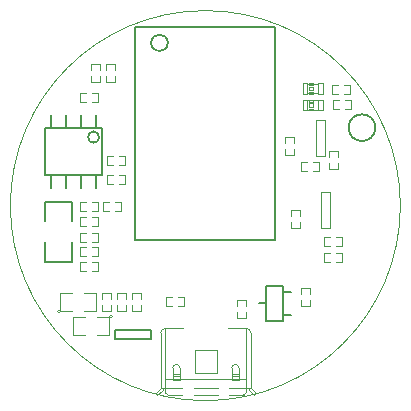
<source format=gto>
G04 (created by PCBNEW (2013-07-07 BZR 4022)-stable) date 6/15/2015 10:21:50 PM*
%MOIN*%
G04 Gerber Fmt 3.4, Leading zero omitted, Abs format*
%FSLAX34Y34*%
G01*
G70*
G90*
G04 APERTURE LIST*
%ADD10C,0.00590551*%
%ADD11C,0.00787402*%
%ADD12C,0.00393701*%
%ADD13C,0.005*%
%ADD14C,0.0039*%
%ADD15C,0.0028*%
%ADD16C,0.0026*%
%ADD17C,0.004*%
%ADD18C,0.002*%
%ADD19C,0.0047*%
G04 APERTURE END LIST*
G54D10*
G54D11*
X83665Y-49400D02*
G75*
G03X83665Y-49400I-445J0D01*
G74*
G01*
G54D12*
X84500Y-52000D02*
G75*
G03X84500Y-52000I-6500J0D01*
G74*
G01*
G54D13*
X76200Y-56450D02*
X75000Y-56450D01*
X75000Y-56450D02*
X75000Y-56150D01*
X75000Y-56150D02*
X76200Y-56150D01*
X76200Y-56150D02*
X76200Y-56450D01*
G54D14*
X74900Y-55700D02*
G75*
G03X74900Y-55700I-50J0D01*
G74*
G01*
X74400Y-55700D02*
X74800Y-55700D01*
X74800Y-55700D02*
X74800Y-56300D01*
X74800Y-56300D02*
X74400Y-56300D01*
X74000Y-56300D02*
X73600Y-56300D01*
X73600Y-56300D02*
X73600Y-55700D01*
X73600Y-55700D02*
X74000Y-55700D01*
X73170Y-55515D02*
G75*
G03X73170Y-55515I-50J0D01*
G74*
G01*
X73570Y-55515D02*
X73170Y-55515D01*
X73170Y-55515D02*
X73170Y-54915D01*
X73170Y-54915D02*
X73570Y-54915D01*
X73970Y-54915D02*
X74370Y-54915D01*
X74370Y-54915D02*
X74370Y-55515D01*
X74370Y-55515D02*
X73970Y-55515D01*
G54D15*
X74214Y-53693D02*
X74414Y-53693D01*
X74414Y-53693D02*
X74414Y-53393D01*
X74414Y-53393D02*
X74214Y-53393D01*
X74014Y-53693D02*
X73814Y-53693D01*
X73814Y-53693D02*
X73814Y-53393D01*
X73814Y-53393D02*
X74014Y-53393D01*
X75344Y-55109D02*
X75344Y-54909D01*
X75344Y-54909D02*
X75044Y-54909D01*
X75044Y-54909D02*
X75044Y-55109D01*
X75344Y-55309D02*
X75344Y-55509D01*
X75344Y-55509D02*
X75044Y-55509D01*
X75044Y-55509D02*
X75044Y-55309D01*
X82430Y-47990D02*
X82230Y-47990D01*
X82230Y-47990D02*
X82230Y-48290D01*
X82230Y-48290D02*
X82430Y-48290D01*
X82630Y-47990D02*
X82830Y-47990D01*
X82830Y-47990D02*
X82830Y-48290D01*
X82830Y-48290D02*
X82630Y-48290D01*
X82440Y-48490D02*
X82240Y-48490D01*
X82240Y-48490D02*
X82240Y-48790D01*
X82240Y-48790D02*
X82440Y-48790D01*
X82640Y-48490D02*
X82840Y-48490D01*
X82840Y-48490D02*
X82840Y-48790D01*
X82840Y-48790D02*
X82640Y-48790D01*
X75548Y-55302D02*
X75548Y-55502D01*
X75548Y-55502D02*
X75848Y-55502D01*
X75848Y-55502D02*
X75848Y-55302D01*
X75548Y-55102D02*
X75548Y-54902D01*
X75548Y-54902D02*
X75848Y-54902D01*
X75848Y-54902D02*
X75848Y-55102D01*
X74550Y-55300D02*
X74550Y-55500D01*
X74550Y-55500D02*
X74850Y-55500D01*
X74850Y-55500D02*
X74850Y-55300D01*
X74550Y-55100D02*
X74550Y-54900D01*
X74550Y-54900D02*
X74850Y-54900D01*
X74850Y-54900D02*
X74850Y-55100D01*
X74014Y-52901D02*
X73814Y-52901D01*
X73814Y-52901D02*
X73814Y-53201D01*
X73814Y-53201D02*
X74014Y-53201D01*
X74214Y-52901D02*
X74414Y-52901D01*
X74414Y-52901D02*
X74414Y-53201D01*
X74414Y-53201D02*
X74214Y-53201D01*
X81504Y-54962D02*
X81504Y-54762D01*
X81504Y-54762D02*
X81204Y-54762D01*
X81204Y-54762D02*
X81204Y-54962D01*
X81504Y-55162D02*
X81504Y-55362D01*
X81504Y-55362D02*
X81204Y-55362D01*
X81204Y-55362D02*
X81204Y-55162D01*
G54D16*
X81403Y-48827D02*
X81403Y-48473D01*
X81403Y-48473D02*
X81246Y-48473D01*
X81246Y-48827D02*
X81246Y-48473D01*
X81403Y-48827D02*
X81246Y-48827D01*
X81914Y-48827D02*
X81914Y-48473D01*
X81914Y-48473D02*
X81757Y-48473D01*
X81757Y-48827D02*
X81757Y-48473D01*
X81914Y-48827D02*
X81757Y-48827D01*
X81580Y-48827D02*
X81580Y-48768D01*
X81580Y-48768D02*
X81462Y-48768D01*
X81462Y-48827D02*
X81462Y-48768D01*
X81580Y-48827D02*
X81462Y-48827D01*
X81580Y-48532D02*
X81580Y-48473D01*
X81580Y-48473D02*
X81462Y-48473D01*
X81462Y-48532D02*
X81462Y-48473D01*
X81580Y-48532D02*
X81462Y-48532D01*
X81580Y-48709D02*
X81580Y-48591D01*
X81580Y-48591D02*
X81462Y-48591D01*
X81462Y-48709D02*
X81462Y-48591D01*
X81580Y-48709D02*
X81462Y-48709D01*
G54D17*
X81403Y-48807D02*
X81757Y-48807D01*
X81403Y-48493D02*
X81757Y-48493D01*
G54D16*
X81403Y-48267D02*
X81403Y-47913D01*
X81403Y-47913D02*
X81246Y-47913D01*
X81246Y-48267D02*
X81246Y-47913D01*
X81403Y-48267D02*
X81246Y-48267D01*
X81914Y-48267D02*
X81914Y-47913D01*
X81914Y-47913D02*
X81757Y-47913D01*
X81757Y-48267D02*
X81757Y-47913D01*
X81914Y-48267D02*
X81757Y-48267D01*
X81580Y-48267D02*
X81580Y-48208D01*
X81580Y-48208D02*
X81462Y-48208D01*
X81462Y-48267D02*
X81462Y-48208D01*
X81580Y-48267D02*
X81462Y-48267D01*
X81580Y-47972D02*
X81580Y-47913D01*
X81580Y-47913D02*
X81462Y-47913D01*
X81462Y-47972D02*
X81462Y-47913D01*
X81580Y-47972D02*
X81462Y-47972D01*
X81580Y-48149D02*
X81580Y-48031D01*
X81580Y-48031D02*
X81462Y-48031D01*
X81462Y-48149D02*
X81462Y-48031D01*
X81580Y-48149D02*
X81462Y-48149D01*
G54D17*
X81403Y-48247D02*
X81757Y-48247D01*
X81403Y-47933D02*
X81757Y-47933D01*
G54D10*
X75662Y-46043D02*
X75662Y-53130D01*
X75662Y-53130D02*
X80308Y-53130D01*
X80308Y-46043D02*
X80308Y-53130D01*
X75662Y-46043D02*
X80308Y-46043D01*
X76748Y-46575D02*
G75*
G03X76748Y-46575I-278J0D01*
G74*
G01*
G54D18*
X79115Y-57412D02*
G75*
G03X78996Y-57293I-119J0D01*
G74*
G01*
X78996Y-57294D02*
G75*
G03X78878Y-57412I0J-118D01*
G74*
G01*
X77147Y-57412D02*
G75*
G03X77028Y-57293I-119J0D01*
G74*
G01*
X77028Y-57294D02*
G75*
G03X76910Y-57412I0J-118D01*
G74*
G01*
X79114Y-57825D02*
X79114Y-57412D01*
X78878Y-57825D02*
X78878Y-57412D01*
X77146Y-57825D02*
X77146Y-57412D01*
X76910Y-57825D02*
X76910Y-57412D01*
X78878Y-57628D02*
X79114Y-57628D01*
X76910Y-57628D02*
X77146Y-57628D01*
X78878Y-57667D02*
X79114Y-57667D01*
X76910Y-57667D02*
X77146Y-57667D01*
X78878Y-57825D02*
X79114Y-57825D01*
X76910Y-57825D02*
X77146Y-57825D01*
X79626Y-58317D02*
X79685Y-58258D01*
X79626Y-58317D02*
X79449Y-58140D01*
X79449Y-58140D02*
X79449Y-58081D01*
X76339Y-58258D02*
X76398Y-58317D01*
X76398Y-58317D02*
X76575Y-58140D01*
X76575Y-58140D02*
X76575Y-58081D01*
X79508Y-58081D02*
X79685Y-58258D01*
X76516Y-58081D02*
X76339Y-58258D01*
X78799Y-58081D02*
X79508Y-58081D01*
X77618Y-58081D02*
X78406Y-58081D01*
X76516Y-58081D02*
X77225Y-58081D01*
X76654Y-58199D02*
G75*
G03X76752Y-58297I98J0D01*
G74*
G01*
X79272Y-58297D02*
G75*
G03X79370Y-58199I0J98D01*
G74*
G01*
X78799Y-58297D02*
X79272Y-58297D01*
X77618Y-58297D02*
X78406Y-58297D01*
X76752Y-58297D02*
X77225Y-58297D01*
X79370Y-57766D02*
X79370Y-58199D01*
X76654Y-57766D02*
X76654Y-58199D01*
X76516Y-56230D02*
X76516Y-58081D01*
X79508Y-56230D02*
X79508Y-58081D01*
X76654Y-56092D02*
G75*
G03X76516Y-56230I0J-138D01*
G74*
G01*
X79507Y-56230D02*
G75*
G03X79370Y-56093I-137J0D01*
G74*
G01*
G54D14*
X76654Y-56093D02*
X77264Y-56093D01*
X79370Y-56093D02*
X78760Y-56093D01*
X76654Y-57766D02*
X76654Y-56093D01*
X79370Y-57766D02*
X79370Y-56093D01*
X76654Y-57766D02*
X79370Y-57766D01*
G54D18*
X77638Y-56821D02*
X78386Y-56821D01*
X78386Y-56821D02*
X78386Y-57569D01*
X78386Y-57569D02*
X77638Y-57569D01*
X77638Y-57569D02*
X77638Y-56821D01*
G54D15*
X74214Y-54185D02*
X74414Y-54185D01*
X74414Y-54185D02*
X74414Y-53885D01*
X74414Y-53885D02*
X74214Y-53885D01*
X74014Y-54185D02*
X73814Y-54185D01*
X73814Y-54185D02*
X73814Y-53885D01*
X73814Y-53885D02*
X74014Y-53885D01*
X79360Y-55330D02*
X79360Y-55130D01*
X79360Y-55130D02*
X79060Y-55130D01*
X79060Y-55130D02*
X79060Y-55330D01*
X79360Y-55530D02*
X79360Y-55730D01*
X79360Y-55730D02*
X79060Y-55730D01*
X79060Y-55730D02*
X79060Y-55530D01*
G54D13*
X80585Y-54885D02*
X80845Y-54885D01*
X80585Y-55635D02*
X80845Y-55635D01*
X80035Y-55260D02*
X79775Y-55260D01*
X80035Y-55850D02*
X80035Y-54670D01*
X80035Y-54670D02*
X80585Y-54670D01*
X80585Y-54670D02*
X80585Y-55850D01*
X80585Y-55850D02*
X80035Y-55850D01*
G54D15*
X74200Y-47690D02*
X74200Y-47890D01*
X74200Y-47890D02*
X74500Y-47890D01*
X74500Y-47890D02*
X74500Y-47690D01*
X74200Y-47490D02*
X74200Y-47290D01*
X74200Y-47290D02*
X74500Y-47290D01*
X74500Y-47290D02*
X74500Y-47490D01*
X74230Y-48540D02*
X74430Y-48540D01*
X74430Y-48540D02*
X74430Y-48240D01*
X74430Y-48240D02*
X74230Y-48240D01*
X74030Y-48540D02*
X73830Y-48540D01*
X73830Y-48540D02*
X73830Y-48240D01*
X73830Y-48240D02*
X74030Y-48240D01*
X74700Y-47690D02*
X74700Y-47890D01*
X74700Y-47890D02*
X75000Y-47890D01*
X75000Y-47890D02*
X75000Y-47690D01*
X74700Y-47490D02*
X74700Y-47290D01*
X74700Y-47290D02*
X75000Y-47290D01*
X75000Y-47290D02*
X75000Y-47490D01*
G54D19*
X81870Y-52760D02*
X81870Y-51560D01*
X81870Y-51560D02*
X82170Y-51560D01*
X82170Y-51560D02*
X82170Y-52760D01*
X82170Y-52760D02*
X81870Y-52760D01*
X81680Y-50340D02*
X81680Y-49140D01*
X81680Y-49140D02*
X81980Y-49140D01*
X81980Y-49140D02*
X81980Y-50340D01*
X81980Y-50340D02*
X81680Y-50340D01*
G54D15*
X82140Y-53570D02*
X81940Y-53570D01*
X81940Y-53570D02*
X81940Y-53870D01*
X81940Y-53870D02*
X82140Y-53870D01*
X82340Y-53570D02*
X82540Y-53570D01*
X82540Y-53570D02*
X82540Y-53870D01*
X82540Y-53870D02*
X82340Y-53870D01*
X74210Y-52690D02*
X74410Y-52690D01*
X74410Y-52690D02*
X74410Y-52390D01*
X74410Y-52390D02*
X74210Y-52390D01*
X74010Y-52690D02*
X73810Y-52690D01*
X73810Y-52690D02*
X73810Y-52390D01*
X73810Y-52390D02*
X74010Y-52390D01*
X74801Y-51882D02*
X74601Y-51882D01*
X74601Y-51882D02*
X74601Y-52182D01*
X74601Y-52182D02*
X74801Y-52182D01*
X75001Y-51882D02*
X75201Y-51882D01*
X75201Y-51882D02*
X75201Y-52182D01*
X75201Y-52182D02*
X75001Y-52182D01*
X74210Y-52180D02*
X74410Y-52180D01*
X74410Y-52180D02*
X74410Y-51880D01*
X74410Y-51880D02*
X74210Y-51880D01*
X74010Y-52180D02*
X73810Y-52180D01*
X73810Y-52180D02*
X73810Y-51880D01*
X73810Y-51880D02*
X74010Y-51880D01*
X81160Y-52330D02*
X81160Y-52130D01*
X81160Y-52130D02*
X80860Y-52130D01*
X80860Y-52130D02*
X80860Y-52330D01*
X81160Y-52530D02*
X81160Y-52730D01*
X81160Y-52730D02*
X80860Y-52730D01*
X80860Y-52730D02*
X80860Y-52530D01*
X80960Y-49900D02*
X80960Y-49700D01*
X80960Y-49700D02*
X80660Y-49700D01*
X80660Y-49700D02*
X80660Y-49900D01*
X80960Y-50100D02*
X80960Y-50300D01*
X80960Y-50300D02*
X80660Y-50300D01*
X80660Y-50300D02*
X80660Y-50100D01*
X82140Y-53040D02*
X81940Y-53040D01*
X81940Y-53040D02*
X81940Y-53340D01*
X81940Y-53340D02*
X82140Y-53340D01*
X82340Y-53040D02*
X82540Y-53040D01*
X82540Y-53040D02*
X82540Y-53340D01*
X82540Y-53340D02*
X82340Y-53340D01*
X82130Y-50574D02*
X82130Y-50774D01*
X82130Y-50774D02*
X82430Y-50774D01*
X82430Y-50774D02*
X82430Y-50574D01*
X82130Y-50374D02*
X82130Y-50174D01*
X82130Y-50174D02*
X82430Y-50174D01*
X82430Y-50174D02*
X82430Y-50374D01*
X81390Y-50550D02*
X81190Y-50550D01*
X81190Y-50550D02*
X81190Y-50850D01*
X81190Y-50850D02*
X81390Y-50850D01*
X81590Y-50550D02*
X81790Y-50550D01*
X81790Y-50550D02*
X81790Y-50850D01*
X81790Y-50850D02*
X81590Y-50850D01*
X74933Y-50355D02*
X74733Y-50355D01*
X74733Y-50355D02*
X74733Y-50655D01*
X74733Y-50655D02*
X74933Y-50655D01*
X75133Y-50355D02*
X75333Y-50355D01*
X75333Y-50355D02*
X75333Y-50655D01*
X75333Y-50655D02*
X75133Y-50655D01*
X74933Y-50978D02*
X74733Y-50978D01*
X74733Y-50978D02*
X74733Y-51278D01*
X74733Y-51278D02*
X74933Y-51278D01*
X75133Y-50978D02*
X75333Y-50978D01*
X75333Y-50978D02*
X75333Y-51278D01*
X75333Y-51278D02*
X75133Y-51278D01*
X77100Y-55350D02*
X77300Y-55350D01*
X77300Y-55350D02*
X77300Y-55050D01*
X77300Y-55050D02*
X77100Y-55050D01*
X76900Y-55350D02*
X76700Y-55350D01*
X76700Y-55350D02*
X76700Y-55050D01*
X76700Y-55050D02*
X76900Y-55050D01*
G54D13*
X74562Y-50984D02*
X74562Y-49424D01*
X74562Y-49424D02*
X72662Y-49424D01*
X72662Y-49424D02*
X72662Y-50984D01*
X72662Y-50984D02*
X74562Y-50984D01*
X74362Y-50984D02*
X74362Y-51414D01*
X73862Y-50984D02*
X73862Y-51414D01*
X73362Y-50984D02*
X73362Y-51414D01*
X72862Y-51414D02*
X72862Y-50984D01*
X72862Y-49424D02*
X72862Y-48994D01*
X73362Y-48994D02*
X73362Y-49424D01*
X73862Y-48994D02*
X73862Y-49424D01*
X74362Y-48994D02*
X74362Y-49424D01*
X74458Y-49714D02*
G75*
G03X74458Y-49714I-186J0D01*
G74*
G01*
X73565Y-51864D02*
X72665Y-51864D01*
X72665Y-51864D02*
X72665Y-52514D01*
X73565Y-53214D02*
X73565Y-53864D01*
X73565Y-53864D02*
X72665Y-53864D01*
X72665Y-53864D02*
X72665Y-53214D01*
X73565Y-52514D02*
X73565Y-51864D01*
M02*

</source>
